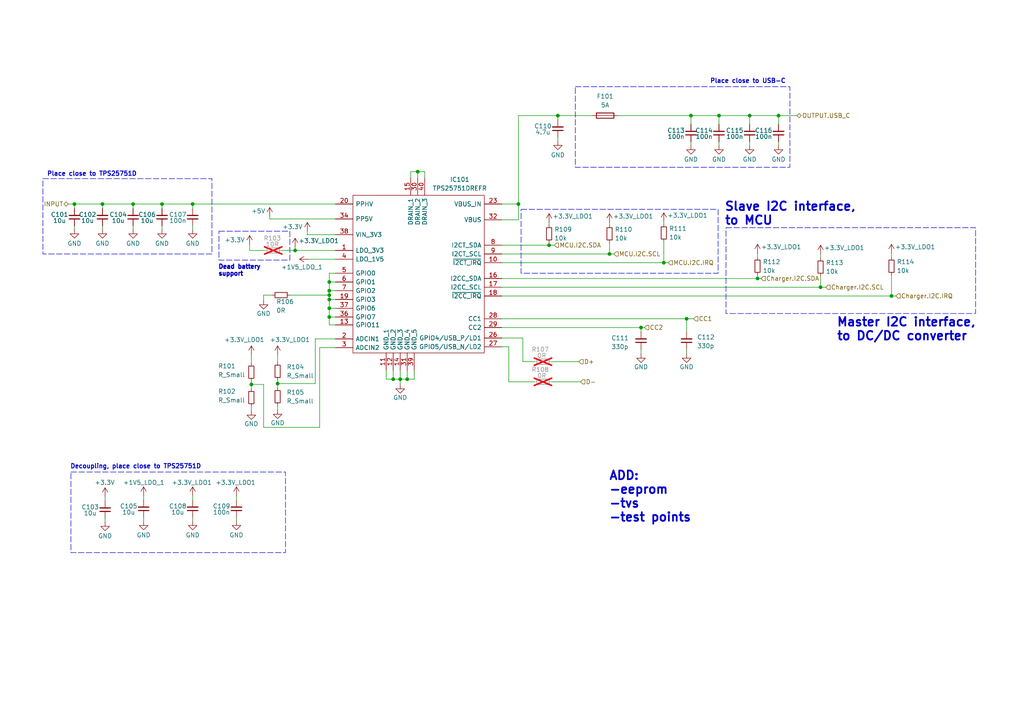
<source format=kicad_sch>
(kicad_sch (version 20231120) (generator "eeschema") (generator_version "8.0")
  (paper "A4")
  (lib_symbols
    (symbol "Device:C_Small" (pin_numbers hide) (pin_names (offset 0.254) hide)
      (property "Reference" "C" (at 0.254 1.778 0))
      (property "Value" "C_Small" (at 0.254 -2.032 0))
      (symbol "C_Small_0_1"
        (polyline (pts (xy -1.524 -0.508) (xy 1.524 -0.508)) (stroke (width 0.3302)))
        (polyline (pts (xy -1.524 0.508) (xy 1.524 0.508)) (stroke (width 0.3048)))
      )
      (symbol "C_Small_1_1"
        (pin passive line (at 0 2.54 270) (length 2.032) (name "~") (number "1"))
        (pin passive line (at 0 -2.54 90) (length 2.032) (name "~") (number "2"))
      )
    )
    (symbol "Device:Fuse" (pin_numbers hide) (pin_names (offset 0))
      (property "Reference" "F" (at 2.032 0 90))
      (property "Value" "Fuse" (at -1.905 0 90))
      (symbol "Fuse_0_1"
        (rectangle (start -0.762 -2.54) (end 0.762 2.54) (stroke (width 0.254)))
        (polyline (pts (xy 0 2.54) (xy 0 -2.54)))
      )
      (symbol "Fuse_1_1"
        (pin passive line (at 0 3.81 270) (length 1.27) (name "~") (number "1"))
        (pin passive line (at 0 -3.81 90) (length 1.27) (name "~") (number "2"))
      )
    )
    (symbol "Device:R_Small" (pin_numbers hide) (pin_names (offset 0.254) hide)
      (property "Reference" "R" (at 0.762 0.508 0))
      (property "Value" "R_Small" (at 0.762 -1.016 0))
      (symbol "R_Small_0_1"
        (rectangle (start -0.762 1.778) (end 0.762 -1.778) (stroke (width 0.2032)))
      )
      (symbol "R_Small_1_1"
        (pin passive line (at 0 2.54 270) (length 0.762) (name "~") (number "1"))
        (pin passive line (at 0 -2.54 90) (length 0.762) (name "~") (number "2"))
      )
    )
    (symbol "TPS25751DREFR_1" (pin_names (offset 0.762))
      (property "Reference" "IC1" (at 36.068 7.112 0))
      (property "Value" "TPS25751DREFR" (at 36.068 4.572 0))
      (symbol "TPS25751DREFR_1_0_0"
        (pin passive line (at 0 -13.462 0) (length 5.08) (name "LDO_3V3") (number "1"))
        (pin passive line (at 48.26 -17.018 180) (length 5.08) (name "~{I2CT_IRQ}") (number "10"))
        (pin passive line (at 14.732 -48.26 90) (length 5.08) (name "GND_1") (number "11"))
        (pin passive line (at 16.764 -48.26 90) (length 5.08) (name "GND_2") (number "12"))
        (pin passive line (at 0 -35.052 0) (length 5.08) (name "GPIO11") (number "13"))
        (pin passive line (at 18.796 -48.26 90) (length 5.08) (name "GND_3") (number "14"))
        (pin passive line (at 21.844 7.62 270) (length 5.08) (name "DRAIN_1") (number "15"))
        (pin passive line (at 48.26 -21.59 180) (length 5.08) (name "I2CC_SDA") (number "16"))
        (pin passive line (at 48.26 -24.13 180) (length 5.08) (name "I2CC_SCL") (number "17"))
        (pin passive line (at 48.26 -26.67 180) (length 5.08) (name "~{I2CC_IRQ}") (number "18"))
        (pin passive line (at 0 -27.686 0) (length 5.08) (name "GPIO3") (number "19"))
        (pin passive line (at 0 -39.116 0) (length 5.08) (name "ADCIN1") (number "2"))
        (pin passive line (at 0 0 0) (length 5.08) (name "PPHV") (number "20"))
        (pin passive line (at 48.26 0 180) (length 5.08) (name "VBUS_IN") (number "23"))
        (pin passive line (at 48.26 -38.862 180) (length 5.08) (name "GPIO4/USB_P/LD1") (number "26"))
        (pin passive line (at 48.26 -41.402 180) (length 5.08) (name "GPIO5/USB_N/LD2") (number "27"))
        (pin passive line (at 48.26 -33.274 180) (length 5.08) (name "CC1") (number "28"))
        (pin passive line (at 48.26 -35.814 180) (length 5.08) (name "CC2") (number "29"))
        (pin passive line (at 0 -41.656 0) (length 5.08) (name "ADCIN2") (number "3"))
        (pin passive line (at 23.876 7.62 270) (length 5.08) (name "DRAIN_2") (number "30"))
        (pin passive line (at 20.828 -48.26 90) (length 5.08) (name "GND_4") (number "31"))
        (pin passive line (at 48.26 -4.572 180) (length 5.08) (name "VBUS") (number "32"))
        (pin passive line (at 0 -4.318 0) (length 5.08) (name "PP5V") (number "34"))
        (pin passive line (at 0 -32.766 0) (length 5.08) (name "GPIO7") (number "36"))
        (pin passive line (at 0 -30.226 0) (length 5.08) (name "GPIO6") (number "37"))
        (pin passive line (at 0 -8.89 0) (length 5.08) (name "VIN_3V3") (number "38"))
        (pin passive line (at 22.86 -48.26 90) (length 5.08) (name "GND_5") (number "39"))
        (pin passive line (at 0 -16.002 0) (length 5.08) (name "LDO_1V5") (number "4"))
        (pin passive line (at 25.908 7.62 270) (length 5.08) (name "DRAIN_3") (number "40"))
        (pin passive line (at 0 -20.066 0) (length 5.08) (name "GPIO0") (number "5"))
        (pin passive line (at 0 -22.606 0) (length 5.08) (name "GPIO1") (number "6"))
        (pin passive line (at 0 -25.146 0) (length 5.08) (name "GPIO2") (number "7"))
        (pin passive line (at 48.26 -11.938 180) (length 5.08) (name "I2CT_SDA") (number "8"))
        (pin passive line (at 48.26 -14.478 180) (length 5.08) (name "I2CT_SCL") (number "9"))
      )
      (symbol "TPS25751DREFR_1_0_1"
        (polyline (pts (xy 5.08 2.54) (xy 43.18 2.54) (xy 43.18 -43.18) (xy 5.08 -43.18) (xy 5.08 2.54)) (stroke (width 0.1524)))
      )
    )
    (symbol "power:+1V5" (power) (pin_names (offset 0))
      (property "Value" "+1V5" (at 0 3.556 0))
      (symbol "+1V5_0_1"
        (polyline (pts (xy -0.762 1.27) (xy 0 2.54)))
        (polyline (pts (xy 0 0) (xy 0 2.54)))
        (polyline (pts (xy 0 2.54) (xy 0.762 1.27)))
      )
      (symbol "+1V5_1_1"
        (pin power_in line (at 0 0 90) (length 0) hide (name "+1V5") (number "1"))
      )
    )
    (symbol "power:+3.3V" (power) (pin_names (offset 0))
      (property "Value" "+3.3V" (at 0 3.556 0))
      (symbol "+3.3V_0_1"
        (polyline (pts (xy -0.762 1.27) (xy 0 2.54)))
        (polyline (pts (xy 0 0) (xy 0 2.54)))
        (polyline (pts (xy 0 2.54) (xy 0.762 1.27)))
      )
      (symbol "+3.3V_1_1"
        (pin power_in line (at 0 0 90) (length 0) hide (name "+3.3V") (number "1"))
      )
    )
    (symbol "power:+3.3VP" (power) (pin_names (offset 0))
      (property "Value" "+3.3VP" (at 0 2.54 0))
      (symbol "+3.3VP_0_0"
        (pin power_in line (at 0 0 90) (length 0) hide (name "+3.3VP") (number "1"))
      )
      (symbol "+3.3VP_0_1"
        (polyline (pts (xy -0.762 1.27) (xy 0 2.54)))
        (polyline (pts (xy 0 0) (xy 0 2.54)))
        (polyline (pts (xy 0 2.54) (xy 0.762 1.27)))
      )
    )
    (symbol "power:+5V" (power) (pin_names (offset 0))
      (property "Value" "+5V" (at 0 3.556 0))
      (symbol "+5V_0_1"
        (polyline (pts (xy -0.762 1.27) (xy 0 2.54)))
        (polyline (pts (xy 0 0) (xy 0 2.54)))
        (polyline (pts (xy 0 2.54) (xy 0.762 1.27)))
      )
      (symbol "+5V_1_1"
        (pin power_in line (at 0 0 90) (length 0) hide (name "+5V") (number "1"))
      )
    )
    (symbol "power:GND" (power) (pin_names (offset 0))
      (property "Value" "GND" (at 0 -3.81 0))
      (symbol "GND_0_1"
        (polyline (pts (xy 0 0) (xy 0 -1.27) (xy 1.27 -1.27) (xy 0 -2.54) (xy -1.27 -1.27) (xy 0 -1.27)))
      )
      (symbol "GND_1_1"
        (pin power_in line (at 0 0 270) (length 0) hide (name "GND") (number "1"))
      )
    )
  )
  (junction (at 95.504 84.328))
  (junction (at 95.504 81.788))
  (junction (at 217.424 33.528))
  (junction (at 95.504 91.948))
  (junction (at 118.11 109.982))
  (junction (at 29.718 59.182))
  (junction (at 176.784 73.66))
  (junction (at 150.368 59.182))
  (junction (at 121.158 49.784))
  (junction (at 237.998 83.312))
  (junction (at 116.078 109.982))
  (junction (at 225.806 33.528))
  (junction (at 159.258 71.12))
  (junction (at 46.99 59.182))
  (junction (at 185.928 94.996))
  (junction (at 38.608 59.182))
  (junction (at 85.598 72.644))
  (junction (at 21.59 59.182))
  (junction (at 258.572 85.852))
  (junction (at 95.504 86.868))
  (junction (at 80.518 111.252))
  (junction (at 208.534 33.528))
  (junction (at 200.406 33.528))
  (junction (at 199.136 92.456))
  (junction (at 114.046 109.982))
  (junction (at 55.88 59.182))
  (junction (at 95.504 85.598))
  (junction (at 192.532 76.2))
  (junction (at 95.504 89.408))
  (junction (at 72.898 111.506))
  (junction (at 161.798 33.528))
  (junction (at 219.71 80.772))
  (wire (pts (xy 76.454 123.952) (xy 92.71 123.952)))
  (wire (pts (xy 55.88 59.182) (xy 97.282 59.182)))
  (wire (pts (xy 97.282 89.408) (xy 95.504 89.408)))
  (wire (pts (xy 145.542 92.456) (xy 199.136 92.456)))
  (wire (pts (xy 147.574 110.744) (xy 154.94 110.744)))
  (wire (pts (xy 200.406 41.148) (xy 200.406 42.164)))
  (wire (pts (xy 21.59 65.532) (xy 21.59 66.548)))
  (wire (pts (xy 46.99 65.532) (xy 46.99 66.548)))
  (wire (pts (xy 185.928 101.346) (xy 185.928 102.616)))
  (wire (pts (xy 91.44 98.298) (xy 97.282 98.298)))
  (wire (pts (xy 185.928 94.996) (xy 185.928 96.266)))
  (wire (pts (xy 160.02 104.902) (xy 167.894 104.902)))
  (wire (pts (xy 68.58 145.034) (xy 68.58 143.764)))
  (wire (pts (xy 41.656 145.034) (xy 41.656 143.764)))
  (wire (pts (xy 95.504 81.788) (xy 97.282 81.788)))
  (wire (pts (xy 258.572 85.852) (xy 259.842 85.852)))
  (wire (pts (xy 145.542 71.12) (xy 159.258 71.12)))
  (wire (pts (xy 80.518 102.87) (xy 80.518 105.156)))
  (wire (pts (xy 121.158 49.784) (xy 123.19 49.784)))
  (wire (pts (xy 208.534 33.528) (xy 217.424 33.528)))
  (wire (pts (xy 46.99 59.182) (xy 55.88 59.182)))
  (wire (pts (xy 55.88 60.452) (xy 55.88 59.182)))
  (wire (pts (xy 80.518 117.602) (xy 80.518 118.872)))
  (wire (pts (xy 208.534 41.148) (xy 208.534 42.164)))
  (wire (pts (xy 116.078 107.442) (xy 116.078 109.982)))
  (wire (pts (xy 97.282 84.328) (xy 95.504 84.328)))
  (wire (pts (xy 217.424 41.148) (xy 217.424 42.164)))
  (wire (pts (xy 95.504 81.788) (xy 95.504 84.328)))
  (wire (pts (xy 114.046 109.982) (xy 116.078 109.982)))
  (wire (pts (xy 176.784 64.516) (xy 176.784 65.278)))
  (wire (pts (xy 123.19 49.784) (xy 123.19 51.562)))
  (wire (pts (xy 95.504 86.868) (xy 97.282 86.868)))
  (wire (pts (xy 151.638 104.902) (xy 151.638 98.044)))
  (wire (pts (xy 97.282 68.072) (xy 89.154 68.072)))
  (wire (pts (xy 95.504 86.868) (xy 95.504 89.408)))
  (wire (pts (xy 41.656 150.114) (xy 41.656 151.13)))
  (wire (pts (xy 145.542 80.772) (xy 219.71 80.772)))
  (wire (pts (xy 21.59 60.452) (xy 21.59 59.182)))
  (wire (pts (xy 92.71 100.838) (xy 92.71 123.952)))
  (wire (pts (xy 200.406 33.528) (xy 200.406 36.068)))
  (wire (pts (xy 92.71 100.838) (xy 97.282 100.838)))
  (wire (pts (xy 76.454 85.598) (xy 78.994 85.598)))
  (wire (pts (xy 159.258 71.12) (xy 160.782 71.12)))
  (wire (pts (xy 147.574 100.584) (xy 145.542 100.584)))
  (wire (pts (xy 258.572 79.756) (xy 258.572 85.852)))
  (wire (pts (xy 72.898 111.506) (xy 76.454 111.506)))
  (wire (pts (xy 179.324 33.528) (xy 200.406 33.528)))
  (wire (pts (xy 161.798 33.528) (xy 171.704 33.528)))
  (wire (pts (xy 120.142 109.982) (xy 120.142 107.442)))
  (wire (pts (xy 199.136 92.456) (xy 199.136 96.266)))
  (wire (pts (xy 95.504 85.598) (xy 95.504 86.868)))
  (wire (pts (xy 192.532 76.2) (xy 193.802 76.2)))
  (wire (pts (xy 159.258 71.12) (xy 159.258 70.358)))
  (wire (pts (xy 97.282 94.234) (xy 95.504 94.234)))
  (wire (pts (xy 112.014 107.442) (xy 112.014 109.982)))
  (wire (pts (xy 237.998 73.66) (xy 237.998 74.93)))
  (wire (pts (xy 219.71 80.772) (xy 219.71 79.756)))
  (wire (pts (xy 72.898 111.506) (xy 72.898 112.776)))
  (wire (pts (xy 85.598 72.644) (xy 97.282 72.644)))
  (wire (pts (xy 81.788 72.644) (xy 85.598 72.644)))
  (wire (pts (xy 199.136 101.346) (xy 199.136 102.616)))
  (wire (pts (xy 95.504 84.328) (xy 95.504 85.598)))
  (wire (pts (xy 76.708 72.644) (xy 72.39 72.644)))
  (wire (pts (xy 97.282 91.948) (xy 95.504 91.948)))
  (wire (pts (xy 76.454 111.506) (xy 76.454 123.952)))
  (wire (pts (xy 150.368 33.528) (xy 161.798 33.528)))
  (wire (pts (xy 217.424 33.528) (xy 217.424 36.068)))
  (wire (pts (xy 225.806 33.528) (xy 225.806 36.068)))
  (wire (pts (xy 97.282 79.248) (xy 95.504 79.248)))
  (wire (pts (xy 145.542 59.182) (xy 150.368 59.182)))
  (wire (pts (xy 68.58 150.114) (xy 68.58 151.13)))
  (wire (pts (xy 38.608 59.182) (xy 46.99 59.182)))
  (wire (pts (xy 72.898 117.856) (xy 72.898 119.126)))
  (wire (pts (xy 160.02 110.744) (xy 168.402 110.744)))
  (wire (pts (xy 84.074 85.598) (xy 95.504 85.598)))
  (wire (pts (xy 29.718 59.182) (xy 38.608 59.182)))
  (wire (pts (xy 161.798 34.798) (xy 161.798 33.528)))
  (wire (pts (xy 80.518 111.252) (xy 80.518 112.522)))
  (wire (pts (xy 72.898 102.87) (xy 72.898 105.41)))
  (wire (pts (xy 119.126 49.784) (xy 121.158 49.784)))
  (wire (pts (xy 95.504 91.948) (xy 95.504 94.234)))
  (wire (pts (xy 145.542 85.852) (xy 258.572 85.852)))
  (wire (pts (xy 114.046 107.442) (xy 114.046 109.982)))
  (wire (pts (xy 55.88 150.114) (xy 55.88 151.13)))
  (wire (pts (xy 72.39 70.866) (xy 72.39 72.644)))
  (wire (pts (xy 225.806 33.528) (xy 231.14 33.528)))
  (wire (pts (xy 89.154 67.056) (xy 89.154 68.072)))
  (wire (pts (xy 217.424 33.528) (xy 225.806 33.528)))
  (wire (pts (xy 38.608 60.452) (xy 38.608 59.182)))
  (wire (pts (xy 145.542 94.996) (xy 185.928 94.996)))
  (wire (pts (xy 151.638 98.044) (xy 145.542 98.044)))
  (wire (pts (xy 119.126 51.562) (xy 119.126 49.784)))
  (wire (pts (xy 159.258 64.516) (xy 159.258 65.278)))
  (wire (pts (xy 161.798 39.878) (xy 161.798 40.894)))
  (wire (pts (xy 46.99 60.452) (xy 46.99 59.182)))
  (wire (pts (xy 199.136 92.456) (xy 201.168 92.456)))
  (wire (pts (xy 72.898 110.49) (xy 72.898 111.506)))
  (wire (pts (xy 192.532 70.104) (xy 192.532 76.2)))
  (wire (pts (xy 219.71 73.406) (xy 219.71 74.676)))
  (wire (pts (xy 192.532 64.262) (xy 192.532 65.024)))
  (wire (pts (xy 147.574 110.744) (xy 147.574 100.584)))
  (wire (pts (xy 237.998 80.01) (xy 237.998 83.312)))
  (wire (pts (xy 116.078 109.982) (xy 118.11 109.982)))
  (wire (pts (xy 176.784 70.358) (xy 176.784 73.66)))
  (wire (pts (xy 176.784 73.66) (xy 178.054 73.66)))
  (wire (pts (xy 85.598 71.628) (xy 85.598 72.644)))
  (wire (pts (xy 145.542 63.754) (xy 150.368 63.754)))
  (wire (pts (xy 150.368 33.528) (xy 150.368 59.182)))
  (wire (pts (xy 95.504 89.408) (xy 95.504 91.948)))
  (wire (pts (xy 237.998 83.312) (xy 239.522 83.312)))
  (wire (pts (xy 258.572 73.406) (xy 258.572 74.676)))
  (wire (pts (xy 19.812 59.182) (xy 21.59 59.182)))
  (wire (pts (xy 29.718 60.452) (xy 29.718 59.182)))
  (wire (pts (xy 80.518 111.252) (xy 91.44 111.252)))
  (wire (pts (xy 145.542 73.66) (xy 176.784 73.66)))
  (wire (pts (xy 30.48 145.288) (xy 30.48 144.018)))
  (wire (pts (xy 118.11 107.442) (xy 118.11 109.982)))
  (wire (pts (xy 97.282 63.5) (xy 78.232 63.5)))
  (wire (pts (xy 145.542 76.2) (xy 192.532 76.2)))
  (wire (pts (xy 30.48 150.368) (xy 30.48 151.384)))
  (wire (pts (xy 78.232 62.738) (xy 78.232 63.5)))
  (wire (pts (xy 116.078 109.982) (xy 116.078 111.506)))
  (wire (pts (xy 89.408 75.184) (xy 97.282 75.184)))
  (wire (pts (xy 38.608 65.532) (xy 38.608 66.548)))
  (wire (pts (xy 76.454 87.122) (xy 76.454 85.598)))
  (wire (pts (xy 29.718 65.532) (xy 29.718 66.548)))
  (wire (pts (xy 200.406 33.528) (xy 208.534 33.528)))
  (wire (pts (xy 145.542 83.312) (xy 237.998 83.312)))
  (wire (pts (xy 112.014 109.982) (xy 114.046 109.982)))
  (wire (pts (xy 219.71 80.772) (xy 220.726 80.772)))
  (wire (pts (xy 55.88 145.034) (xy 55.88 143.764)))
  (wire (pts (xy 21.59 59.182) (xy 29.718 59.182)))
  (wire (pts (xy 150.368 63.754) (xy 150.368 59.182)))
  (wire (pts (xy 185.928 94.996) (xy 186.944 94.996)))
  (wire (pts (xy 121.158 51.562) (xy 121.158 49.784)))
  (wire (pts (xy 118.11 109.982) (xy 120.142 109.982)))
  (wire (pts (xy 95.504 79.248) (xy 95.504 81.788)))
  (wire (pts (xy 91.44 111.252) (xy 91.44 98.298)))
  (wire (pts (xy 225.806 41.148) (xy 225.806 42.164)))
  (wire (pts (xy 55.88 65.532) (xy 55.88 66.548)))
  (wire (pts (xy 208.534 33.528) (xy 208.534 36.068)))
  (wire (pts (xy 151.638 104.902) (xy 154.94 104.902)))
  (wire (pts (xy 80.518 110.236) (xy 80.518 111.252)))
  (rectangle (start 12.446 51.816) (end 61.468 73.66) (stroke (width 0) (type dash)))
  (rectangle (start 166.878 25.146) (end 229.108 48.514) (stroke (width 0) (type dash)))
  (rectangle (start 63.5 67.056) (end 84.074 75.438) (stroke (width 0) (type dash)))
  (rectangle (start 151.13 60.706) (end 208.28 79.248) (stroke (width 0) (type dash)))
  (rectangle (start 210.566 66.04) (end 282.956 90.932) (stroke (width 0) (type dash)))
  (rectangle (start 20.574 136.906) (end 82.804 160.274) (stroke (width 0) (type dash)))
  (text "Slave I2C interface,\nto MCU" (at 210.058 65.532 0) (effects (font (size 2.5 2.5) (thickness 0.5) (bold yes)) (justify left bottom)))
  (text "Master I2C interface,\nto DC/DC converter" (at 242.57 99.06 0) (effects (font (size 2.5 2.5) (thickness 0.5) (bold yes)) (justify left bottom)))
  (text "ADD:\n-eeprom\n-tvs\n-test points" (at 176.53 151.638 0) (effects (font (size 2.5 2.5) (thickness 0.5) (bold yes)) (justify left bottom)))
  (text "Place close to USB-C \n" (at 217.424 23.622 0) (effects (font (size 1.27 1.27) (thickness 0.254) (bold yes))))
  (text "Dead battery\nsupport" (at 63.246 80.264 0) (effects (font (size 1.25 1.25) (thickness 0.5) (bold yes)) (justify left bottom)))
  (text "Decoupling, place close to TPS25751D\n" (at 39.37 135.382 0) (effects (font (size 1.27 1.27) (thickness 0.254) (bold yes))))
  (text "Place close to TPS25751D\n" (at 26.67 50.546 0) (effects (font (size 1.27 1.27) (thickness 0.254) (bold yes))))
  (hierarchical_label "MCU.I2C.IRQ" (shape input) (at 193.802 76.2 0))
  (hierarchical_label "CC2" (shape input) (at 186.944 94.996 0))
  (hierarchical_label "D-" (shape input) (at 168.402 110.744 0))
  (hierarchical_label "D+" (shape input) (at 167.894 104.902 0))
  (hierarchical_label "INPUT" (shape bidirectional) (at 19.812 59.182 180))
  (hierarchical_label "MCU.I2C.SCL" (shape input) (at 178.054 73.66 0))
  (hierarchical_label "CC1" (shape input) (at 201.168 92.456 0))
  (hierarchical_label "OUTPUT.USB_C" (shape bidirectional) (at 231.14 33.528 0))
  (hierarchical_label "Charger.I2C.IRQ" (shape input) (at 259.842 85.852 0))
  (hierarchical_label "Charger.I2C.SCL" (shape input) (at 239.522 83.312 0))
  (hierarchical_label "Charger.I2C.SDA" (shape input) (at 220.726 80.772 0))
  (hierarchical_label "MCU.I2C.SDA" (shape input) (at 160.782 71.12 0))
  (symbol (lib_id "Device:C_Small") (at 55.88 147.574 180) (unit 1)
    (property "Reference" "C108" (at 51.562 146.812 0))
    (property "Value" "10u" (at 51.562 148.59 0))
    (property "Footprint" "Capacitor_SMD:C_0603_1608Metric" (effects (hide yes)))
  )
  (symbol (lib_id "power:GND") (at 72.898 119.126 0) (unit 1)
    (property "Reference" "#PWR0120" (effects (hide yes)))
    (property "Value" "GND" (at 72.898 122.936 0))
  )
  (symbol (lib_id "Device:C_Small") (at 161.798 37.338 180) (unit 1)
    (property "Reference" "C110" (at 157.48 36.576 0))
    (property "Value" "4.7u" (at 157.48 38.354 0))
    (property "Footprint" "Capacitor_SMD:C_0603_1608Metric" (effects (hide yes)))
  )
  (symbol (lib_id "Device:R_Small") (at 219.71 77.216 0) (unit 1)
    (property "Reference" "R112" (at 221.234 75.946 0) (effects (justify left)))
    (property "Value" "10k" (at 221.234 78.486 0) (effects (justify left)))
    (property "Footprint" "Resistor_SMD:R_0603_1608Metric" (effects (hide yes)))
  )
  (symbol (lib_id "power:+3.3V") (at 30.48 144.018 0) (unit 1)
    (property "Reference" "#PWR0107" (effects (hide yes)))
    (property "Value" "+3.3V" (at 27.432 139.954 0) (effects (justify left)))
  )
  (symbol (lib_id "Device:R_Small") (at 72.898 115.316 0) (unit 1)
    (property "Reference" "R102" (at 63.246 113.538 0) (effects (justify left)))
    (property "Value" "R_Small" (at 63.246 116.078 0) (effects (justify left)))
    (property "Footprint" "Resistor_SMD:R_0603_1608Metric" (effects (hide yes)))
  )
  (symbol (lib_id "Device:C_Small") (at 68.58 147.574 180) (unit 1)
    (property "Reference" "C109" (at 64.262 146.812 0))
    (property "Value" "100n" (at 64.262 148.59 0))
    (property "Footprint" "Capacitor_SMD:C_0603_1608Metric" (effects (hide yes)))
  )
  (symbol (lib_id "power:GND") (at 185.928 102.616 0) (unit 1)
    (property "Reference" "#PWR0132" (effects (hide yes)))
    (property "Value" "GND" (at 185.928 106.426 0))
  )
  (symbol (lib_id "power:GND") (at 225.806 42.164 0) (unit 1)
    (property "Reference" "#PWR0139" (effects (hide yes)))
    (property "Value" "GND" (at 225.806 46.228 0))
  )
  (symbol (lib_name "TPS25751DREFR_1") (lib_id "SamacSys_Parts:TPS25751DREFR") (at 97.282 59.182 0) (unit 1)
    (property "Reference" "IC101" (at 133.35 52.07 0))
    (property "Value" "TPS25751DREFR" (at 133.35 54.61 0))
    (property "Footprint" "TPS25751DREFR" (effects (hide yes)))
    (property "Datasheet" "https://www.ti.com/lit/gpn/TPS25751" (effects (hide yes)))
    (property "Description" "USB Interface IC USB Type-C and USB Power Delivery (PD) controller with integrated power switches , 3V ~{} 3.6V, 4.9V ~{} 5.5V, 4V ~{} 22V , -40C ~{} 125C (TJ) , 3mA , 38-WQFN (4x6)" (effects (hide yes)))
    (property "Height" "0.8" (effects (hide yes)))
    (property "Manufacturer_Name" "Texas Instruments" (effects (hide yes)))
    (property "Manufacturer_Part_Number" "TPS25751DREFR" (effects (hide yes)))
    (property "Mouser Part Number" "595-TPS25751DREFR" (effects (hide yes)))
    (property "Mouser Price/Stock" "https://www.mouser.co.uk/ProductDetail/Texas-Instruments/TPS25751DREFR?qs=2wMNvWM5ZX4m402FYdvDNA%3D%3D" (effects (hide yes)))
    (property "Arrow Part Number" "TPS25751DREFR" (effects (hide yes)))
    (property "Arrow Price/Stock" "https://www.arrow.com/en/products/tps25751drefr/texas-instruments?utm_currency=USD&region=nac" (effects (hide yes)))
  )
  (symbol (lib_id "power:GND") (at 41.656 151.13 0) (unit 1)
    (property "Reference" "#PWR0111" (effects (hide yes)))
    (property "Value" "GND" (at 41.656 155.194 0))
  )
  (symbol (lib_id "Device:R_Small") (at 157.48 104.902 90) (unit 1) (dnp yes)
    (property "Reference" "R107" (at 159.258 101.346 90) (effects (justify left)))
    (property "Value" "0R" (at 158.496 103.124 90) (effects (justify left)))
    (property "Footprint" "Resistor_SMD:R_0603_1608Metric" (effects (hide yes)))
  )
  (symbol (lib_id "power:+3.3VP") (at 192.532 64.262 0) (unit 1)
    (property "Reference" "#PWR0133" (effects (hide yes)))
    (property "Value" "+3.3V_LDO1" (at 199.39 62.484 0))
  )
  (symbol (lib_id "Device:R_Small") (at 237.998 77.47 0) (unit 1)
    (property "Reference" "R113" (at 239.522 76.2 0) (effects (justify left)))
    (property "Value" "10k" (at 239.522 78.74 0) (effects (justify left)))
    (property "Footprint" "Resistor_SMD:R_0603_1608Metric" (effects (hide yes)))
  )
  (symbol (lib_id "power:GND") (at 29.718 66.548 0) (unit 1)
    (property "Reference" "#PWR0106" (effects (hide yes)))
    (property "Value" "GND" (at 29.718 70.612 0))
  )
  (symbol (lib_id "Device:C_Small") (at 30.48 147.828 180) (unit 1)
    (property "Reference" "C103" (at 26.162 147.066 0))
    (property "Value" "10u" (at 26.162 148.844 0))
    (property "Footprint" "Capacitor_SMD:C_0603_1608Metric" (effects (hide yes)))
  )
  (symbol (lib_id "power:+3.3VP") (at 72.898 102.87 0) (unit 1)
    (property "Reference" "#PWR0119" (effects (hide yes)))
    (property "Value" "+3.3V_LDO1" (at 70.866 98.552 0))
  )
  (symbol (lib_id "power:GND") (at 55.88 151.13 0) (unit 1)
    (property "Reference" "#PWR0115" (effects (hide yes)))
    (property "Value" "GND" (at 55.88 155.194 0))
  )
  (symbol (lib_id "Device:C_Small") (at 185.928 98.806 180) (unit 1)
    (property "Reference" "C111" (at 177.292 98.044 0) (effects (justify right)))
    (property "Value" "330p" (at 177.292 100.584 0) (effects (justify right)))
    (property "Footprint" "Capacitor_SMD:C_0603_1608Metric" (effects (hide yes)))
  )
  (symbol (lib_id "Device:R_Small") (at 258.572 77.216 0) (unit 1)
    (property "Reference" "R114" (at 260.096 75.946 0) (effects (justify left)))
    (property "Value" "10k" (at 260.096 78.486 0) (effects (justify left)))
    (property "Footprint" "Resistor_SMD:R_0603_1608Metric" (effects (hide yes)))
  )
  (symbol (lib_id "power:+1V5") (at 41.656 143.764 0) (unit 1)
    (property "Reference" "#PWR0110" (effects (hide yes)))
    (property "Value" "+1V5_LDO_1" (at 47.752 139.954 0) (effects (justify right)))
  )
  (symbol (lib_id "Device:R_Small") (at 159.258 67.818 0) (unit 1)
    (property "Reference" "R109" (at 160.782 66.548 0) (effects (justify left)))
    (property "Value" "10k" (at 160.782 69.088 0) (effects (justify left)))
    (property "Footprint" "Resistor_SMD:R_0603_1608Metric" (effects (hide yes)))
  )
  (symbol (lib_id "power:GND") (at 161.798 40.894 0) (unit 1)
    (property "Reference" "#PWR0130" (effects (hide yes)))
    (property "Value" "GND" (at 161.798 44.958 0))
  )
  (symbol (lib_id "Device:R_Small") (at 157.48 110.744 90) (unit 1) (dnp yes)
    (property "Reference" "R108" (at 159.258 107.188 90) (effects (justify left)))
    (property "Value" "0R" (at 158.496 108.966 90) (effects (justify left)))
    (property "Footprint" "Resistor_SMD:R_0603_1608Metric" (effects (hide yes)))
  )
  (symbol (lib_id "Device:C_Small") (at 217.424 38.608 180) (unit 1)
    (property "Reference" "C115" (at 213.106 37.846 0))
    (property "Value" "100n" (at 213.106 39.624 0))
    (property "Footprint" "Capacitor_SMD:C_0603_1608Metric" (effects (hide yes)))
  )
  (symbol (lib_id "Device:C_Small") (at 29.718 62.992 180) (unit 1)
    (property "Reference" "C102" (at 25.4 62.23 0))
    (property "Value" "10u" (at 25.4 64.008 0))
    (property "Footprint" "Capacitor_SMD:C_0603_1608Metric" (effects (hide yes)))
  )
  (symbol (lib_id "Device:R_Small") (at 192.532 67.564 0) (unit 1)
    (property "Reference" "R111" (at 194.056 66.294 0) (effects (justify left)))
    (property "Value" "10k" (at 194.056 68.834 0) (effects (justify left)))
    (property "Footprint" "Resistor_SMD:R_0603_1608Metric" (effects (hide yes)))
  )
  (symbol (lib_id "power:+3.3VP") (at 80.518 102.87 0) (unit 1)
    (property "Reference" "#PWR0123" (effects (hide yes)))
    (property "Value" "+3.3V_LDO1" (at 84.074 98.552 0))
  )
  (symbol (lib_id "power:GND") (at 200.406 42.164 0) (unit 1)
    (property "Reference" "#PWR0135" (effects (hide yes)))
    (property "Value" "GND" (at 200.406 46.228 0))
  )
  (symbol (lib_id "Device:C_Small") (at 225.806 38.608 180) (unit 1)
    (property "Reference" "C116" (at 221.488 37.846 0))
    (property "Value" "100n" (at 221.488 39.624 0))
    (property "Footprint" "Capacitor_SMD:C_0603_1608Metric" (effects (hide yes)))
  )
  (symbol (lib_id "Device:C_Small") (at 38.608 62.992 180) (unit 1)
    (property "Reference" "C104" (at 34.29 62.23 0))
    (property "Value" "10u" (at 34.29 64.008 0))
    (property "Footprint" "Capacitor_SMD:C_0603_1608Metric" (effects (hide yes)))
  )
  (symbol (lib_id "Device:C_Small") (at 41.656 147.574 180) (unit 1)
    (property "Reference" "C105" (at 37.338 146.812 0))
    (property "Value" "10u" (at 37.338 148.59 0))
    (property "Footprint" "Capacitor_SMD:C_0603_1608Metric" (effects (hide yes)))
  )
  (symbol (lib_id "power:GND") (at 116.078 111.506 0) (unit 1)
    (property "Reference" "#PWR0128" (effects (hide yes)))
    (property "Value" "GND" (at 116.078 115.316 0))
  )
  (symbol (lib_id "Device:Fuse") (at 175.514 33.528 90) (unit 1)
    (property "Reference" "F101" (at 175.514 27.94 90))
    (property "Value" "5A" (at 175.514 30.48 90))
    (property "Footprint" "Fuse:Fuse_1206_3216Metric" (effects (hide yes)))
    (property "Description" "Fuse" (effects (hide yes)))
  )
  (symbol (lib_id "power:+3.3VP") (at 237.998 73.66 0) (unit 1)
    (property "Reference" "#PWR0140" (effects (hide yes)))
    (property "Value" "+3.3V_LDO1" (at 244.856 71.882 0))
  )
  (symbol (lib_id "power:GND") (at 30.48 151.384 0) (unit 1)
    (property "Reference" "#PWR0108" (effects (hide yes)))
    (property "Value" "GND" (at 30.48 155.448 0))
  )
  (symbol (lib_id "Device:C_Small") (at 46.99 62.992 180) (unit 1)
    (property "Reference" "C106" (at 42.672 62.23 0))
    (property "Value" "10u" (at 42.672 64.008 0))
    (property "Footprint" "Capacitor_SMD:C_0603_1608Metric" (effects (hide yes)))
  )
  (symbol (lib_id "power:GND") (at 76.454 87.122 0) (unit 1)
    (property "Reference" "#PWR0121" (effects (hide yes)))
    (property "Value" "GND" (at 76.454 90.932 0))
  )
  (symbol (lib_id "power:+3.3VP") (at 258.572 73.406 0) (unit 1)
    (property "Reference" "#PWR0141" (effects (hide yes)))
    (property "Value" "+3.3V_LDO1" (at 265.43 71.628 0))
  )
  (symbol (lib_id "Device:R_Small") (at 81.534 85.598 270) (unit 1)
    (property "Reference" "R106" (at 80.137 87.5029 90) (effects (justify left)))
    (property "Value" "0R" (at 80.137 90.0429 90) (effects (justify left)))
    (property "Footprint" "Resistor_SMD:R_0603_1608Metric" (effects (hide yes)))
  )
  (symbol (lib_id "Device:R_Small") (at 79.248 72.644 90) (unit 1) (dnp yes)
    (property "Reference" "R103" (at 78.994 69.088 90))
    (property "Value" "10R" (at 78.994 70.866 90))
    (property "Footprint" "Resistor_SMD:R_0603_1608Metric" (effects (hide yes)))
  )
  (symbol (lib_id "power:GND") (at 80.518 118.872 0) (unit 1)
    (property "Reference" "#PWR0124" (effects (hide yes)))
    (property "Value" "GND" (at 80.518 122.682 0))
  )
  (symbol (lib_id "power:GND") (at 38.608 66.548 0) (unit 1)
    (property "Reference" "#PWR0109" (effects (hide yes)))
    (property "Value" "GND" (at 38.608 70.612 0))
  )
  (symbol (lib_id "power:GND") (at 217.424 42.164 0) (unit 1)
    (property "Reference" "#PWR0137" (effects (hide yes)))
    (property "Value" "GND" (at 217.424 46.228 0))
  )
  (symbol (lib_id "Device:C_Small") (at 200.406 38.608 180) (unit 1)
    (property "Reference" "C113" (at 196.088 37.846 0))
    (property "Value" "100n" (at 196.088 39.624 0))
    (property "Footprint" "Capacitor_SMD:C_0603_1608Metric" (effects (hide yes)))
  )
  (symbol (lib_id "Device:C_Small") (at 55.88 62.992 180) (unit 1)
    (property "Reference" "C107" (at 51.562 62.23 0))
    (property "Value" "100n" (at 51.562 64.008 0))
    (property "Footprint" "Capacitor_SMD:C_0603_1608Metric" (effects (hide yes)))
  )
  (symbol (lib_id "power:GND") (at 68.58 151.13 0) (unit 1)
    (property "Reference" "#PWR0117" (effects (hide yes)))
    (property "Value" "GND" (at 68.58 155.194 0))
  )
  (symbol (lib_id "power:GND") (at 199.136 102.616 0) (unit 1)
    (property "Reference" "#PWR0134" (effects (hide yes)))
    (property "Value" "GND" (at 199.136 106.426 0))
  )
  (symbol (lib_id "power:+3.3VP") (at 68.58 143.764 0) (unit 1)
    (property "Reference" "#PWR0116" (effects (hide yes)))
    (property "Value" "+3.3V_LDO1" (at 68.326 139.954 0))
  )
  (symbol (lib_id "power:+1V5") (at 89.408 75.184 90) (unit 1)
    (property "Reference" "#PWR0127" (effects (hide yes)))
    (property "Value" "+1V5_LDO_1" (at 81.534 77.47 90) (effects (justify right)))
  )
  (symbol (lib_id "Device:C_Small") (at 21.59 62.992 180) (unit 1)
    (property "Reference" "C101" (at 17.272 62.23 0))
    (property "Value" "10u" (at 17.272 64.008 0))
    (property "Footprint" "Capacitor_SMD:C_0603_1608Metric" (effects (hide yes)))
  )
  (symbol (lib_id "power:GND") (at 208.534 42.164 0) (unit 1)
    (property "Reference" "#PWR0136" (effects (hide yes)))
    (property "Value" "GND" (at 208.534 46.228 0))
  )
  (symbol (lib_id "Device:C_Small") (at 208.534 38.608 180) (unit 1)
    (property "Reference" "C114" (at 204.216 37.846 0))
    (property "Value" "100n" (at 204.216 39.624 0))
    (property "Footprint" "Capacitor_SMD:C_0603_1608Metric" (effects (hide yes)))
  )
  (symbol (lib_id "power:GND") (at 21.59 66.548 0) (unit 1)
    (property "Reference" "#PWR0105" (effects (hide yes)))
    (property "Value" "GND" (at 21.59 70.612 0))
  )
  (symbol (lib_id "power:+3.3VP") (at 85.598 71.628 0) (unit 1)
    (property "Reference" "#PWR0125" (effects (hide yes)))
    (property "Value" "+3.3V_LDO1" (at 92.456 69.85 0))
  )
  (symbol (lib_id "power:+3.3VP") (at 55.88 143.764 0) (unit 1)
    (property "Reference" "#PWR0114" (effects (hide yes)))
    (property "Value" "+3.3V_LDO1" (at 55.626 139.954 0))
  )
  (symbol (lib_id "power:+3.3VP") (at 159.258 64.516 0) (unit 1)
    (property "Reference" "#PWR0129" (effects (hide yes)))
    (property "Value" "+3.3V_LDO1" (at 166.116 62.738 0))
  )
  (symbol (lib_id "power:+3.3VP") (at 219.71 73.406 0) (unit 1)
    (property "Reference" "#PWR0138" (effects (hide yes)))
    (property "Value" "+3.3V_LDO1" (at 226.568 71.628 0))
  )
  (symbol (lib_id "Device:R_Small") (at 72.898 107.95 0) (unit 1)
    (property "Reference" "R101" (at 63.246 106.172 0) (effects (justify left)))
    (property "Value" "R_Small" (at 63.246 108.712 0) (effects (justify left)))
    (property "Footprint" "Resistor_SMD:R_0603_1608Metric" (effects (hide yes)))
  )
  (symbol (lib_id "Device:R_Small") (at 80.518 115.062 0) (unit 1)
    (property "Reference" "R105" (at 83.1342 113.792 0) (effects (justify left)))
    (property "Value" "R_Small" (at 83.1342 116.332 0) (effects (justify left)))
    (property "Footprint" "Resistor_SMD:R_0603_1608Metric" (effects (hide yes)))
  )
  (symbol (lib_id "power:GND") (at 55.88 66.548 0) (unit 1)
    (property "Reference" "#PWR0113" (effects (hide yes)))
    (property "Value" "GND" (at 55.88 70.612 0))
  )
  (symbol (lib_id "power:+3.3VP") (at 176.784 64.516 0) (unit 1)
    (property "Reference" "#PWR0131" (effects (hide yes)))
    (property "Value" "+3.3V_LDO1" (at 183.642 62.738 0))
  )
  (symbol (lib_id "power:+3.3V") (at 72.39 70.866 0) (unit 1)
    (property "Reference" "#PWR0118" (effects (hide yes)))
    (property "Value" "+3.3V" (at 68.072 69.596 0))
  )
  (symbol (lib_id "power:+5V") (at 78.232 62.738 0) (unit 1)
    (property "Reference" "#PWR0122" (effects (hide yes)))
    (property "Value" "+5V" (at 74.93 61.214 0))
  )
  (symbol (lib_id "power:GND") (at 46.99 66.548 0) (unit 1)
    (property "Reference" "#PWR0112" (effects (hide yes)))
    (property "Value" "GND" (at 46.99 70.612 0))
  )
  (symbol (lib_id "Device:R_Small") (at 80.518 107.696 0) (unit 1)
    (property "Reference" "R104" (at 83.1342 106.426 0) (effects (justify left)))
    (property "Value" "R_Small" (at 83.1342 108.966 0) (effects (justify left)))
    (property "Footprint" "Resistor_SMD:R_0603_1608Metric" (effects (hide yes)))
  )
  (symbol (lib_id "Device:C_Small") (at 199.136 98.806 180) (unit 1)
    (property "Reference" "C112" (at 202.184 97.79 0) (effects (justify right)))
    (property "Value" "330p" (at 202.184 100.33 0) (effects (justify right)))
    (property "Footprint" "Capacitor_SMD:C_0603_1608Metric" (effects (hide yes)))
  )
  (symbol (lib_id "Device:R_Small") (at 176.784 67.818 0) (unit 1)
    (property "Reference" "R110" (at 178.308 66.548 0) (effects (justify left)))
    (property "Value" "10k" (at 178.308 69.088 0) (effects (justify left)))
    (property "Footprint" "Resistor_SMD:R_0603_1608Metric" (effects (hide yes)))
  )
  (symbol (lib_id "power:+3.3V") (at 89.154 67.056 0) (unit 1)
    (property "Reference" "#PWR0126" (effects (hide yes)))
    (property "Value" "+3.3V" (at 84.836 65.786 0))
  )
)
</source>
